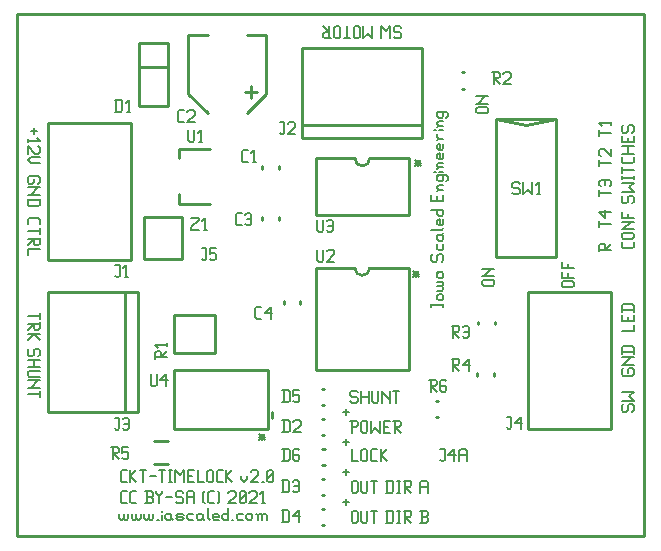
<source format=gbr>
G04 start of page 9 for group -4079 idx -4079 *
G04 Title: (unknown), topsilk *
G04 Creator: pcb 4.0.2 *
G04 CreationDate: Mon Feb 22 17:58:17 2021 UTC *
G04 For: ndholmes *
G04 Format: Gerber/RS-274X *
G04 PCB-Dimensions (mil): 2100.00 1750.00 *
G04 PCB-Coordinate-Origin: lower left *
%MOIN*%
%FSLAX25Y25*%
%LNTOPSILK*%
%ADD53C,0.0080*%
%ADD52C,0.0100*%
G54D52*X500Y174500D02*Y500D01*
X209500D02*Y174500D01*
X500D01*
X209500Y500D02*X500D01*
G54D53*X133000Y126000D02*X135000Y124000D01*
X133000D02*X135000Y126000D01*
X133000Y125000D02*X135000D01*
X134000Y126000D02*Y124000D01*
X132500Y89000D02*X134500Y87000D01*
X132500D02*X134500Y89000D01*
X132500Y88000D02*X134500D01*
X133500Y89000D02*Y87000D01*
X6000Y136500D02*Y134500D01*
X5000Y135500D02*X7000D01*
X4000Y132800D02*Y131800D01*
Y132300D02*X8000D01*
X7000Y133300D02*X8000Y132300D01*
X7500Y130600D02*X8000Y130100D01*
Y128600D01*
X7500Y128100D01*
X6500D02*X7500D01*
X4000Y130600D02*X6500Y128100D01*
X4000Y130600D02*Y128100D01*
X5000Y126900D02*X8000D01*
X5000D02*X4000Y125900D01*
X5000Y124900D01*
X8000D01*
X4000Y106000D02*Y104500D01*
X4500Y106500D02*X4000Y106000D01*
X4500Y106500D02*X7500D01*
X8000Y106000D01*
Y104500D01*
Y103300D02*Y101300D01*
X4000Y102300D02*X8000D01*
Y100100D02*Y98100D01*
X7500Y97600D01*
X6500D02*X7500D01*
X6000Y98100D02*X6500Y97600D01*
X6000Y99600D02*Y98100D01*
X4000Y99600D02*X8000D01*
X6000D02*X4000Y97600D01*
Y96400D02*X8000D01*
X4000D02*Y94400D01*
X8000Y118500D02*X7500Y118000D01*
X8000Y120000D02*Y118500D01*
X7500Y120500D02*X8000Y120000D01*
X4500Y120500D02*X7500D01*
X4500D02*X4000Y120000D01*
Y118500D01*
X4500Y118000D01*
X5500D01*
X6000Y118500D02*X5500Y118000D01*
X6000Y119500D02*Y118500D01*
X4000Y116800D02*X8000D01*
X7500D02*X8000D01*
X7500D02*X5000Y114300D01*
X4000D02*X8000D01*
X4000Y112600D02*X8000D01*
Y111100D02*X7500Y110600D01*
X4500D02*X7500D01*
X4000Y111100D02*X4500Y110600D01*
X4000Y113100D02*Y111100D01*
X8000Y113100D02*Y111100D01*
Y75000D02*Y73000D01*
X4000Y74000D02*X8000D01*
Y71800D02*Y69800D01*
X7500Y69300D01*
X6500D02*X7500D01*
X6000Y69800D02*X6500Y69300D01*
X6000Y71300D02*Y69800D01*
X4000Y71300D02*X8000D01*
X6000D02*X4000Y69300D01*
Y68100D02*X8000D01*
X6000D02*X8000Y66100D01*
X6000Y68100D02*X4000Y66100D01*
X8000Y61100D02*X7500Y60600D01*
X8000Y62600D02*Y61100D01*
X7500Y63100D02*X8000Y62600D01*
X6500Y63100D02*X7500D01*
X6500D02*X6000Y62600D01*
Y61100D01*
X5500Y60600D01*
X4500D02*X5500D01*
X4000Y61100D02*X4500Y60600D01*
X4000Y62600D02*Y61100D01*
X4500Y63100D02*X4000Y62600D01*
Y59400D02*X8000D01*
X4000Y56900D02*X8000D01*
X6000Y59400D02*Y56900D01*
X4500Y55700D02*X8000D01*
X4500D02*X4000Y55200D01*
Y54200D01*
X4500Y53700D01*
X8000D01*
X4000Y52500D02*X8000D01*
X7500D02*X8000D01*
X7500D02*X5000Y50000D01*
X4000D02*X8000D01*
Y48800D02*Y46800D01*
X4000Y47800D02*X8000D01*
X154000Y141500D02*X157000D01*
X154000D02*X153500Y142000D01*
Y143000D02*Y142000D01*
Y143000D02*X154000Y143500D01*
X157000D01*
X157500Y143000D02*X157000Y143500D01*
X157500Y143000D02*Y142000D01*
X157000Y141500D02*X157500Y142000D01*
X153500Y144700D02*X157500D01*
X153500D02*X154000D01*
X156500Y147200D01*
X153500D02*X157500D01*
X156000Y84000D02*X159000D01*
X156000D02*X155500Y84500D01*
Y85500D02*Y84500D01*
Y85500D02*X156000Y86000D01*
X159000D01*
X159500Y85500D02*X159000Y86000D01*
X159500Y85500D02*Y84500D01*
X159000Y84000D02*X159500Y84500D01*
X155500Y87200D02*X159500D01*
X155500D02*X156000D01*
X158500Y89700D01*
X155500D02*X159500D01*
X126500Y166500D02*X126000Y167000D01*
X126500Y166500D02*X128000D01*
X128500Y167000D02*X128000Y166500D01*
X128500Y168000D02*Y167000D01*
Y168000D02*X128000Y168500D01*
X126500D02*X128000D01*
X126500D02*X126000Y169000D01*
Y170000D02*Y169000D01*
X126500Y170500D02*X126000Y170000D01*
X126500Y170500D02*X128000D01*
X128500Y170000D02*X128000Y170500D01*
X124800D02*Y166500D01*
Y170500D02*X123300Y169000D01*
X121800Y170500D01*
Y166500D01*
X118800Y170500D02*Y166500D01*
X117300Y168000D01*
X115800Y166500D01*
Y170500D02*Y166500D01*
X114600Y170000D02*Y167000D01*
X114100Y166500D01*
X113100D02*X114100D01*
X113100D02*X112600Y167000D01*
Y170000D02*Y167000D01*
X113100Y170500D02*X112600Y170000D01*
X113100Y170500D02*X114100D01*
X114600Y170000D02*X114100Y170500D01*
X109400Y166500D02*X111400D01*
X110400Y170500D02*Y166500D01*
X108200Y170000D02*Y167000D01*
X107700Y166500D01*
X106700D02*X107700D01*
X106700D02*X106200Y167000D01*
Y170000D02*Y167000D01*
X106700Y170500D02*X106200Y170000D01*
X106700Y170500D02*X107700D01*
X108200Y170000D02*X107700Y170500D01*
X103000Y166500D02*X105000D01*
X103000D02*X102500Y167000D01*
Y168000D02*Y167000D01*
X103000Y168500D02*X102500Y168000D01*
X103000Y168500D02*X104500D01*
Y170500D02*Y166500D01*
Y168500D02*X102500Y170500D01*
X138500Y78000D02*Y77000D01*
Y77500D02*X142500D01*
Y78000D02*Y77000D01*
X141000Y79200D02*X142000D01*
X141000D02*X140500Y79700D01*
Y80700D02*Y79700D01*
Y80700D02*X141000Y81200D01*
X142000D01*
X142500Y80700D02*X142000Y81200D01*
X142500Y80700D02*Y79700D01*
X142000Y79200D02*X142500Y79700D01*
X140500Y82400D02*X142000D01*
X142500Y82900D01*
Y83400D02*Y82900D01*
Y83400D02*X142000Y83900D01*
X140500D02*X142000D01*
X142500Y84400D01*
Y84900D02*Y84400D01*
Y84900D02*X142000Y85400D01*
X140500D02*X142000D01*
X140500Y88100D02*X141000Y88600D01*
X140500Y88100D02*Y87100D01*
X141000Y86600D02*X140500Y87100D01*
X141000Y86600D02*X142000D01*
X142500Y87100D01*
X140500Y88600D02*X142000D01*
X142500Y89100D01*
Y88100D02*Y87100D01*
Y88100D02*X142000Y88600D01*
X138500Y94100D02*X139000Y94600D01*
X138500Y94100D02*Y92600D01*
X139000Y92100D02*X138500Y92600D01*
X139000Y92100D02*X140000D01*
X140500Y92600D01*
Y94100D02*Y92600D01*
Y94100D02*X141000Y94600D01*
X142000D01*
X142500Y94100D02*X142000Y94600D01*
X142500Y94100D02*Y92600D01*
X142000Y92100D02*X142500Y92600D01*
X140500Y97800D02*Y96300D01*
X141000Y95800D02*X140500Y96300D01*
X141000Y95800D02*X142000D01*
X142500Y96300D01*
Y97800D02*Y96300D01*
X140500Y100500D02*X141000Y101000D01*
X140500Y100500D02*Y99500D01*
X141000Y99000D02*X140500Y99500D01*
X141000Y99000D02*X142000D01*
X142500Y99500D01*
X140500Y101000D02*X142000D01*
X142500Y101500D01*
Y100500D02*Y99500D01*
Y100500D02*X142000Y101000D01*
X138500Y102700D02*X142000D01*
X142500Y103200D01*
Y106200D02*Y104700D01*
X142000Y104200D02*X142500Y104700D01*
X141000Y104200D02*X142000D01*
X141000D02*X140500Y104700D01*
Y105700D02*Y104700D01*
Y105700D02*X141000Y106200D01*
X141500D02*Y104200D01*
X141000Y106200D02*X141500D01*
X138500Y109400D02*X142500D01*
Y108900D02*X142000Y109400D01*
X142500Y108900D02*Y107900D01*
X142000Y107400D02*X142500Y107900D01*
X141000Y107400D02*X142000D01*
X141000D02*X140500Y107900D01*
Y108900D02*Y107900D01*
Y108900D02*X141000Y109400D01*
X140500Y113900D02*Y112400D01*
X142500Y114400D02*Y112400D01*
X138500D02*X142500D01*
X138500Y114400D02*Y112400D01*
X141000Y116100D02*X142500D01*
X141000D02*X140500Y116600D01*
Y117100D02*Y116600D01*
Y117100D02*X141000Y117600D01*
X142500D01*
X140500Y115600D02*X141000Y116100D01*
X140500Y120300D02*X141000Y120800D01*
X140500Y120300D02*Y119300D01*
X141000Y118800D02*X140500Y119300D01*
X141000Y118800D02*X142000D01*
X142500Y119300D01*
Y120300D02*Y119300D01*
Y120300D02*X142000Y120800D01*
X143500Y118800D02*X144000Y119300D01*
Y120300D02*Y119300D01*
Y120300D02*X143500Y120800D01*
X140500D02*X143500D01*
X139500Y122000D02*X140000D01*
X141000D02*X142500D01*
X141000Y123500D02*X142500D01*
X141000D02*X140500Y124000D01*
Y124500D02*Y124000D01*
Y124500D02*X141000Y125000D01*
X142500D01*
X140500Y123000D02*X141000Y123500D01*
X142500Y128200D02*Y126700D01*
X142000Y126200D02*X142500Y126700D01*
X141000Y126200D02*X142000D01*
X141000D02*X140500Y126700D01*
Y127700D02*Y126700D01*
Y127700D02*X141000Y128200D01*
X141500D02*Y126200D01*
X141000Y128200D02*X141500D01*
X142500Y131400D02*Y129900D01*
X142000Y129400D02*X142500Y129900D01*
X141000Y129400D02*X142000D01*
X141000D02*X140500Y129900D01*
Y130900D02*Y129900D01*
Y130900D02*X141000Y131400D01*
X141500D02*Y129400D01*
X141000Y131400D02*X141500D01*
X141000Y133100D02*X142500D01*
X141000D02*X140500Y133600D01*
Y134600D02*Y133600D01*
Y132600D02*X141000Y133100D01*
X139500Y135800D02*X140000D01*
X141000D02*X142500D01*
X141000Y137300D02*X142500D01*
X141000D02*X140500Y137800D01*
Y138300D02*Y137800D01*
Y138300D02*X141000Y138800D01*
X142500D01*
X140500Y136800D02*X141000Y137300D01*
X140500Y141500D02*X141000Y142000D01*
X140500Y141500D02*Y140500D01*
X141000Y140000D02*X140500Y140500D01*
X141000Y140000D02*X142000D01*
X142500Y140500D01*
Y141500D02*Y140500D01*
Y141500D02*X142000Y142000D01*
X143500Y140000D02*X144000Y140500D01*
Y141500D02*Y140500D01*
Y141500D02*X143500Y142000D01*
X140500D02*X143500D01*
X109000Y42000D02*X111000D01*
X110000Y43000D02*Y41000D01*
X81000Y34500D02*X83000Y32500D01*
X81000D02*X83000Y34500D01*
X81000Y33500D02*X83000D01*
X82000Y34500D02*Y32500D01*
X113500Y49000D02*X114000Y48500D01*
X112000Y49000D02*X113500D01*
X111500Y48500D02*X112000Y49000D01*
X111500Y48500D02*Y47500D01*
X112000Y47000D01*
X113500D01*
X114000Y46500D01*
Y45500D01*
X113500Y45000D02*X114000Y45500D01*
X112000Y45000D02*X113500D01*
X111500Y45500D02*X112000Y45000D01*
X115200Y49000D02*Y45000D01*
X117700Y49000D02*Y45000D01*
X115200Y47000D02*X117700D01*
X118900Y49000D02*Y45500D01*
X119400Y45000D01*
X120400D01*
X120900Y45500D01*
Y49000D02*Y45500D01*
X122100Y49000D02*Y45000D01*
Y49000D02*Y48500D01*
X124600Y46000D01*
Y49000D02*Y45000D01*
X125800Y49000D02*X127800D01*
X126800D02*Y45000D01*
X112000Y39000D02*Y35000D01*
X111500Y39000D02*X113500D01*
X114000Y38500D01*
Y37500D01*
X113500Y37000D02*X114000Y37500D01*
X112000Y37000D02*X113500D01*
X115200Y38500D02*Y35500D01*
Y38500D02*X115700Y39000D01*
X116700D01*
X117200Y38500D01*
Y35500D01*
X116700Y35000D02*X117200Y35500D01*
X115700Y35000D02*X116700D01*
X115200Y35500D02*X115700Y35000D01*
X118400Y39000D02*Y35000D01*
X119900Y36500D01*
X121400Y35000D01*
Y39000D02*Y35000D01*
X122600Y37000D02*X124100D01*
X122600Y35000D02*X124600D01*
X122600Y39000D02*Y35000D01*
Y39000D02*X124600D01*
X125800D02*X127800D01*
X128300Y38500D01*
Y37500D01*
X127800Y37000D02*X128300Y37500D01*
X126300Y37000D02*X127800D01*
X126300Y39000D02*Y35000D01*
Y37000D02*X128300Y35000D01*
X109000Y32000D02*X111000D01*
X110000Y33000D02*Y31000D01*
X109000Y12000D02*X111000D01*
X110000Y13000D02*Y11000D01*
X109000Y22000D02*X111000D01*
X110000Y23000D02*Y21000D01*
X112000Y29500D02*Y25500D01*
X114000D01*
X115200Y29000D02*Y26000D01*
Y29000D02*X115700Y29500D01*
X116700D01*
X117200Y29000D01*
Y26000D01*
X116700Y25500D02*X117200Y26000D01*
X115700Y25500D02*X116700D01*
X115200Y26000D02*X115700Y25500D01*
X118900D02*X120400D01*
X118400Y26000D02*X118900Y25500D01*
X118400Y29000D02*Y26000D01*
Y29000D02*X118900Y29500D01*
X120400D01*
X121600D02*Y25500D01*
Y27500D02*X123600Y29500D01*
X121600Y27500D02*X123600Y25500D01*
X112000Y18500D02*Y15500D01*
Y18500D02*X112500Y19000D01*
X113500D01*
X114000Y18500D01*
Y15500D01*
X113500Y15000D02*X114000Y15500D01*
X112500Y15000D02*X113500D01*
X112000Y15500D02*X112500Y15000D01*
X115200Y19000D02*Y15500D01*
X115700Y15000D01*
X116700D01*
X117200Y15500D01*
Y19000D02*Y15500D01*
X118400Y19000D02*X120400D01*
X119400D02*Y15000D01*
X123900Y19000D02*Y15000D01*
X125400Y19000D02*X125900Y18500D01*
Y15500D01*
X125400Y15000D02*X125900Y15500D01*
X123400Y15000D02*X125400D01*
X123400Y19000D02*X125400D01*
X127100D02*X128100D01*
X127600D02*Y15000D01*
X127100D02*X128100D01*
X129300Y19000D02*X131300D01*
X131800Y18500D01*
Y17500D01*
X131300Y17000D02*X131800Y17500D01*
X129800Y17000D02*X131300D01*
X129800Y19000D02*Y15000D01*
Y17000D02*X131800Y15000D01*
X134800Y18500D02*Y15000D01*
Y18500D02*X135300Y19000D01*
X136800D01*
X137300Y18500D01*
Y15000D01*
X134800Y17000D02*X137300D01*
X112000Y8500D02*Y5500D01*
Y8500D02*X112500Y9000D01*
X113500D01*
X114000Y8500D01*
Y5500D01*
X113500Y5000D02*X114000Y5500D01*
X112500Y5000D02*X113500D01*
X112000Y5500D02*X112500Y5000D01*
X115200Y9000D02*Y5500D01*
X115700Y5000D01*
X116700D01*
X117200Y5500D01*
Y9000D02*Y5500D01*
X118400Y9000D02*X120400D01*
X119400D02*Y5000D01*
X123900Y9000D02*Y5000D01*
X125400Y9000D02*X125900Y8500D01*
Y5500D01*
X125400Y5000D02*X125900Y5500D01*
X123400Y5000D02*X125400D01*
X123400Y9000D02*X125400D01*
X127100D02*X128100D01*
X127600D02*Y5000D01*
X127100D02*X128100D01*
X129300Y9000D02*X131300D01*
X131800Y8500D01*
Y7500D01*
X131300Y7000D02*X131800Y7500D01*
X129800Y7000D02*X131300D01*
X129800Y9000D02*Y5000D01*
Y7000D02*X131800Y5000D01*
X134800D02*X136800D01*
X137300Y5500D01*
Y6500D02*Y5500D01*
X136800Y7000D02*X137300Y6500D01*
X135300Y7000D02*X136800D01*
X135300Y9000D02*Y5000D01*
X134800Y9000D02*X136800D01*
X137300Y8500D01*
Y7500D01*
X136800Y7000D02*X137300Y7500D01*
X35500Y18500D02*X37000D01*
X35000Y19000D02*X35500Y18500D01*
X35000Y22000D02*Y19000D01*
Y22000D02*X35500Y22500D01*
X37000D01*
X38200D02*Y18500D01*
Y20500D02*X40200Y22500D01*
X38200Y20500D02*X40200Y18500D01*
X41400Y22500D02*X43400D01*
X42400D02*Y18500D01*
X44600Y20500D02*X46600D01*
X47800Y22500D02*X49800D01*
X48800D02*Y18500D01*
X51000Y22500D02*X52000D01*
X51500D02*Y18500D01*
X51000D02*X52000D01*
X53200Y22500D02*Y18500D01*
Y22500D02*X54700Y21000D01*
X56200Y22500D01*
Y18500D01*
X57400Y20500D02*X58900D01*
X57400Y18500D02*X59400D01*
X57400Y22500D02*Y18500D01*
Y22500D02*X59400D01*
X60600D02*Y18500D01*
X62600D01*
X63800Y22000D02*Y19000D01*
Y22000D02*X64300Y22500D01*
X65300D01*
X65800Y22000D01*
Y19000D01*
X65300Y18500D02*X65800Y19000D01*
X64300Y18500D02*X65300D01*
X63800Y19000D02*X64300Y18500D01*
X67500D02*X69000D01*
X67000Y19000D02*X67500Y18500D01*
X67000Y22000D02*Y19000D01*
Y22000D02*X67500Y22500D01*
X69000D01*
X70200D02*Y18500D01*
Y20500D02*X72200Y22500D01*
X70200Y20500D02*X72200Y18500D01*
X75200Y20500D02*Y19500D01*
X76200Y18500D01*
X77200Y19500D01*
Y20500D02*Y19500D01*
X78400Y22000D02*X78900Y22500D01*
X80400D01*
X80900Y22000D01*
Y21000D01*
X78400Y18500D02*X80900Y21000D01*
X78400Y18500D02*X80900D01*
X82100D02*X82600D01*
X83800Y19000D02*X84300Y18500D01*
X83800Y22000D02*Y19000D01*
Y22000D02*X84300Y22500D01*
X85300D01*
X85800Y22000D01*
Y19000D01*
X85300Y18500D02*X85800Y19000D01*
X84300Y18500D02*X85300D01*
X83800Y19500D02*X85800Y21500D01*
X35500Y11500D02*X37000D01*
X35000Y12000D02*X35500Y11500D01*
X35000Y15000D02*Y12000D01*
Y15000D02*X35500Y15500D01*
X37000D01*
X38700Y11500D02*X40200D01*
X38200Y12000D02*X38700Y11500D01*
X38200Y15000D02*Y12000D01*
Y15000D02*X38700Y15500D01*
X40200D01*
X43200Y11500D02*X45200D01*
X45700Y12000D01*
Y13000D02*Y12000D01*
X45200Y13500D02*X45700Y13000D01*
X43700Y13500D02*X45200D01*
X43700Y15500D02*Y11500D01*
X43200Y15500D02*X45200D01*
X45700Y15000D01*
Y14000D01*
X45200Y13500D02*X45700Y14000D01*
X46900Y15500D02*Y15000D01*
X47900Y14000D01*
X48900Y15000D01*
Y15500D02*Y15000D01*
X47900Y14000D02*Y11500D01*
X50100Y13500D02*X52100D01*
X55300Y15500D02*X55800Y15000D01*
X53800Y15500D02*X55300D01*
X53300Y15000D02*X53800Y15500D01*
X53300Y15000D02*Y14000D01*
X53800Y13500D01*
X55300D01*
X55800Y13000D01*
Y12000D01*
X55300Y11500D02*X55800Y12000D01*
X53800Y11500D02*X55300D01*
X53300Y12000D02*X53800Y11500D01*
X57000Y15000D02*Y11500D01*
Y15000D02*X57500Y15500D01*
X59000D01*
X59500Y15000D01*
Y11500D01*
X57000Y13500D02*X59500D01*
X62500Y12000D02*X63000Y11500D01*
X62500Y15000D02*X63000Y15500D01*
X62500Y15000D02*Y12000D01*
X64700Y11500D02*X66200D01*
X64200Y12000D02*X64700Y11500D01*
X64200Y15000D02*Y12000D01*
Y15000D02*X64700Y15500D01*
X66200D01*
X67400D02*X67900Y15000D01*
Y12000D01*
X67400Y11500D02*X67900Y12000D01*
X70900Y15000D02*X71400Y15500D01*
X72900D01*
X73400Y15000D01*
Y14000D01*
X70900Y11500D02*X73400Y14000D01*
X70900Y11500D02*X73400D01*
X74600Y12000D02*X75100Y11500D01*
X74600Y15000D02*Y12000D01*
Y15000D02*X75100Y15500D01*
X76100D01*
X76600Y15000D01*
Y12000D01*
X76100Y11500D02*X76600Y12000D01*
X75100Y11500D02*X76100D01*
X74600Y12500D02*X76600Y14500D01*
X77800Y15000D02*X78300Y15500D01*
X79800D01*
X80300Y15000D01*
Y14000D01*
X77800Y11500D02*X80300Y14000D01*
X77800Y11500D02*X80300D01*
X82000D02*X83000D01*
X82500Y15500D02*Y11500D01*
X81500Y14500D02*X82500Y15500D01*
X34500Y8000D02*Y6500D01*
X35000Y6000D01*
X35500D01*
X36000Y6500D01*
Y8000D02*Y6500D01*
X36500Y6000D01*
X37000D01*
X37500Y6500D01*
Y8000D02*Y6500D01*
X38700Y8000D02*Y6500D01*
X39200Y6000D01*
X39700D01*
X40200Y6500D01*
Y8000D02*Y6500D01*
X40700Y6000D01*
X41200D01*
X41700Y6500D01*
Y8000D02*Y6500D01*
X42900Y8000D02*Y6500D01*
X43400Y6000D01*
X43900D01*
X44400Y6500D01*
Y8000D02*Y6500D01*
X44900Y6000D01*
X45400D01*
X45900Y6500D01*
Y8000D02*Y6500D01*
X47100Y6000D02*X47600D01*
X48800Y9000D02*Y8500D01*
Y7500D02*Y6000D01*
X51300Y8000D02*X51800Y7500D01*
X50300Y8000D02*X51300D01*
X49800Y7500D02*X50300Y8000D01*
X49800Y7500D02*Y6500D01*
X50300Y6000D01*
X51800Y8000D02*Y6500D01*
X52300Y6000D01*
X50300D02*X51300D01*
X51800Y6500D01*
X54000Y6000D02*X55500D01*
X56000Y6500D01*
X55500Y7000D02*X56000Y6500D01*
X54000Y7000D02*X55500D01*
X53500Y7500D02*X54000Y7000D01*
X53500Y7500D02*X54000Y8000D01*
X55500D01*
X56000Y7500D01*
X53500Y6500D02*X54000Y6000D01*
X57700Y8000D02*X59200D01*
X57200Y7500D02*X57700Y8000D01*
X57200Y7500D02*Y6500D01*
X57700Y6000D01*
X59200D01*
X61900Y8000D02*X62400Y7500D01*
X60900Y8000D02*X61900D01*
X60400Y7500D02*X60900Y8000D01*
X60400Y7500D02*Y6500D01*
X60900Y6000D01*
X62400Y8000D02*Y6500D01*
X62900Y6000D01*
X60900D02*X61900D01*
X62400Y6500D01*
X64100Y10000D02*Y6500D01*
X64600Y6000D01*
X66100D02*X67600D01*
X65600Y6500D02*X66100Y6000D01*
X65600Y7500D02*Y6500D01*
Y7500D02*X66100Y8000D01*
X67100D01*
X67600Y7500D01*
X65600Y7000D02*X67600D01*
Y7500D02*Y7000D01*
X70800Y10000D02*Y6000D01*
X70300D02*X70800Y6500D01*
X69300Y6000D02*X70300D01*
X68800Y6500D02*X69300Y6000D01*
X68800Y7500D02*Y6500D01*
Y7500D02*X69300Y8000D01*
X70300D01*
X70800Y7500D01*
X72000Y6000D02*X72500D01*
X74200Y8000D02*X75700D01*
X73700Y7500D02*X74200Y8000D01*
X73700Y7500D02*Y6500D01*
X74200Y6000D01*
X75700D01*
X76900Y7500D02*Y6500D01*
Y7500D02*X77400Y8000D01*
X78400D01*
X78900Y7500D01*
Y6500D01*
X78400Y6000D02*X78900Y6500D01*
X77400Y6000D02*X78400D01*
X76900Y6500D02*X77400Y6000D01*
X80600Y7500D02*Y6000D01*
Y7500D02*X81100Y8000D01*
X81600D01*
X82100Y7500D01*
Y6000D01*
Y7500D02*X82600Y8000D01*
X83100D01*
X83600Y7500D01*
Y6000D01*
X80100Y8000D02*X80600Y7500D01*
X202000Y69000D02*X206000D01*
Y71000D02*Y69000D01*
X204000Y73700D02*Y72200D01*
X206000Y74200D02*Y72200D01*
X202000D02*X206000D01*
X202000Y74200D02*Y72200D01*
Y75900D02*X206000D01*
X202000Y77400D02*X202500Y77900D01*
X205500D01*
X206000Y77400D02*X205500Y77900D01*
X206000Y77400D02*Y75400D01*
X202000Y77400D02*Y75400D01*
Y56000D02*X202500Y56500D01*
X202000Y56000D02*Y54500D01*
X202500Y54000D02*X202000Y54500D01*
X202500Y54000D02*X205500D01*
X206000Y54500D01*
Y56000D02*Y54500D01*
Y56000D02*X205500Y56500D01*
X204500D02*X205500D01*
X204000Y56000D02*X204500Y56500D01*
X204000Y56000D02*Y55000D01*
X202000Y57700D02*X206000D01*
X202000D02*X202500D01*
X205000Y60200D01*
X202000D02*X206000D01*
X202000Y61900D02*X206000D01*
X202000Y63400D02*X202500Y63900D01*
X205500D01*
X206000Y63400D02*X205500Y63900D01*
X206000Y63400D02*Y61400D01*
X202000Y63400D02*Y61400D01*
Y44000D02*X202500Y44500D01*
X202000Y44000D02*Y42500D01*
X202500Y42000D02*X202000Y42500D01*
X202500Y42000D02*X203500D01*
X204000Y42500D01*
Y44000D02*Y42500D01*
Y44000D02*X204500Y44500D01*
X205500D01*
X206000Y44000D02*X205500Y44500D01*
X206000Y44000D02*Y42500D01*
X205500Y42000D02*X206000Y42500D01*
X202000Y45700D02*X206000D01*
X204500Y47200D01*
X206000Y48700D01*
X202000D02*X206000D01*
Y98500D02*Y97000D01*
X205500Y96500D02*X206000Y97000D01*
X202500Y96500D02*X205500D01*
X202500D02*X202000Y97000D01*
Y98500D02*Y97000D01*
X202500Y99700D02*X205500D01*
X202500D02*X202000Y100200D01*
Y101200D02*Y100200D01*
Y101200D02*X202500Y101700D01*
X205500D01*
X206000Y101200D02*X205500Y101700D01*
X206000Y101200D02*Y100200D01*
X205500Y99700D02*X206000Y100200D01*
X202000Y102900D02*X206000D01*
X202000D02*X202500D01*
X205000Y105400D01*
X202000D02*X206000D01*
X202000Y106600D02*X206000D01*
X202000Y108600D02*Y106600D01*
X204000Y108100D02*Y106600D01*
X202000Y113600D02*X202500Y114100D01*
X202000Y113600D02*Y112100D01*
X202500Y111600D02*X202000Y112100D01*
X202500Y111600D02*X203500D01*
X204000Y112100D01*
Y113600D02*Y112100D01*
Y113600D02*X204500Y114100D01*
X205500D01*
X206000Y113600D02*X205500Y114100D01*
X206000Y113600D02*Y112100D01*
X205500Y111600D02*X206000Y112100D01*
X202000Y115300D02*X206000D01*
X204500Y116800D01*
X206000Y118300D01*
X202000D02*X206000D01*
X202000Y120500D02*Y119500D01*
Y120000D02*X206000D01*
Y120500D02*Y119500D01*
X202000Y123700D02*Y121700D01*
Y122700D02*X206000D01*
Y126900D02*Y125400D01*
X205500Y124900D02*X206000Y125400D01*
X202500Y124900D02*X205500D01*
X202500D02*X202000Y125400D01*
Y126900D02*Y125400D01*
Y128100D02*X206000D01*
X202000Y130600D02*X206000D01*
X204000D02*Y128100D01*
Y133300D02*Y131800D01*
X206000Y133800D02*Y131800D01*
X202000D02*X206000D01*
X202000Y133800D02*Y131800D01*
Y137000D02*X202500Y137500D01*
X202000Y137000D02*Y135500D01*
X202500Y135000D02*X202000Y135500D01*
X202500Y135000D02*X203500D01*
X204000Y135500D01*
Y137000D02*Y135500D01*
Y137000D02*X204500Y137500D01*
X205500D01*
X206000Y137000D02*X205500Y137500D01*
X206000Y137000D02*Y135500D01*
X205500Y135000D02*X206000Y135500D01*
X182500Y83500D02*X185500D01*
X182500D02*X182000Y84000D01*
Y85000D02*Y84000D01*
Y85000D02*X182500Y85500D01*
X185500D01*
X186000Y85000D02*X185500Y85500D01*
X186000Y85000D02*Y84000D01*
X185500Y83500D02*X186000Y84000D01*
X182000Y86700D02*X186000D01*
X182000Y88700D02*Y86700D01*
X184000Y88200D02*Y86700D01*
X182000Y89900D02*X186000D01*
X182000Y91900D02*Y89900D01*
X184000Y91400D02*Y89900D01*
X194500Y97500D02*Y95500D01*
Y97500D02*X195000Y98000D01*
X196000D01*
X196500Y97500D02*X196000Y98000D01*
X196500Y97500D02*Y96000D01*
X194500D02*X198500D01*
X196500D02*X198500Y98000D01*
X194500Y105500D02*Y103500D01*
Y104500D02*X198500D01*
X196500Y106700D02*X194500Y108700D01*
X196500Y109200D02*Y106700D01*
X194500Y108700D02*X198500D01*
X194500Y116000D02*Y114000D01*
Y115000D02*X198500D01*
X195000Y117200D02*X194500Y117700D01*
Y118700D02*Y117700D01*
Y118700D02*X195000Y119200D01*
X198000D01*
X198500Y118700D02*X198000Y119200D01*
X198500Y118700D02*Y117700D01*
X198000Y117200D02*X198500Y117700D01*
X196500Y119200D02*Y117700D01*
X194500Y126000D02*Y124000D01*
Y125000D02*X198500D01*
X195000Y127200D02*X194500Y127700D01*
Y129200D02*Y127700D01*
Y129200D02*X195000Y129700D01*
X196000D01*
X198500Y127200D02*X196000Y129700D01*
X198500D02*Y127200D01*
X194500Y136000D02*Y134000D01*
Y135000D02*X198500D01*
Y138700D02*Y137700D01*
X194500Y138200D02*X198500D01*
X195500Y137200D02*X194500Y138200D01*
G54D52*X46138Y32240D02*X50862D01*
X46138Y24760D02*X50862D01*
X10827Y138335D02*Y92666D01*
X38386D01*
Y138335D01*
X10827D01*
X41200Y165000D02*Y144000D01*
X50800Y165000D02*Y144000D01*
X41200Y165000D02*X50800D01*
X41200Y144000D02*X50800D01*
X41200Y157000D02*X50800D01*
X10700Y82052D02*Y42052D01*
X40700Y82052D02*Y42052D01*
X36300Y82052D02*Y42052D01*
X10700Y82052D02*X40700D01*
X10700Y42052D02*X40700D01*
X89340Y78893D02*Y78107D01*
X94850Y78893D02*Y78107D01*
X82245Y106893D02*Y106107D01*
X87755Y106893D02*Y106107D01*
X54271Y111250D02*X64901D01*
X54271Y129750D02*X64901D01*
X54271Y114500D02*Y111250D01*
Y129750D02*Y126500D01*
X64901Y111429D02*Y111250D01*
Y129750D02*Y129571D01*
X55500Y106900D02*Y93000D01*
X42700Y106900D02*X55500D01*
X42700D02*Y93000D01*
X55500D01*
X52610Y74299D02*Y61701D01*
Y74299D02*X66390D01*
Y61701D01*
X52610D02*X66390D01*
X102107Y9755D02*X102893D01*
X102107Y4245D02*X102893D01*
X102107Y19755D02*X102893D01*
X102107Y14245D02*X102893D01*
X52800Y55800D02*X84200D01*
X52800D02*Y36200D01*
X84200Y55800D02*Y36200D01*
X52800D02*X84200D01*
X85500Y42000D02*Y40000D01*
X102107Y39755D02*X102893D01*
X102107Y34245D02*X102893D01*
X102107Y49755D02*X102893D01*
X102107Y44245D02*X102893D01*
X87755Y123893D02*Y123107D01*
X82245Y123893D02*Y123107D01*
X76996Y167492D02*X83492D01*
X57508D02*X64004D01*
X57508D02*Y148004D01*
X83492Y167492D02*Y148004D01*
X57508D02*X64004Y141508D01*
X83492Y148004D02*X76996Y141508D01*
X76500Y148500D02*X80500D01*
X78500Y150500D02*Y146500D01*
X148607Y155255D02*X149393D01*
X148607Y149745D02*X149393D01*
X180000Y93500D02*X160000D01*
X180000D02*Y139500D01*
X160000D02*Y93500D01*
Y139500D02*X180000D01*
X170000Y137500D01*
X160000Y139500D02*X170000Y137500D01*
X100000Y126500D02*Y107500D01*
X131000D01*
Y126500D01*
X100000D02*X113000D01*
X131000D02*X118000D01*
X113000D02*G75*G03X118000Y126500I2500J0D01*G01*
X95500Y163300D02*X135500D01*
X95500Y133300D02*X135500D01*
X95500Y137700D02*X135500D01*
Y163300D02*Y133300D01*
X95500Y163300D02*Y133300D01*
X100000Y90000D02*Y56000D01*
X131000D01*
Y90000D01*
X100000D02*X113000D01*
X131000D02*X118000D01*
X113000D02*G75*G03X118000Y90000I2500J0D01*G01*
X153745Y54893D02*Y54107D01*
X159255Y54893D02*Y54107D01*
X154245Y71936D02*Y71150D01*
X159755Y71936D02*Y71150D01*
X170827Y81835D02*Y36166D01*
X198386D01*
Y81835D02*Y36166D01*
X170827Y81835D02*X198386D01*
X102150Y29755D02*X102936D01*
X102150Y24245D02*X102936D01*
X140107Y40245D02*X140893D01*
X140107Y45755D02*X140893D01*
G54D53*X31850Y30150D02*X33850D01*
X34350Y29650D01*
Y28650D01*
X33850Y28150D02*X34350Y28650D01*
X32350Y28150D02*X33850D01*
X32350Y30150D02*Y26150D01*
Y28150D02*X34350Y26150D01*
X35550Y30150D02*X37550D01*
X35550D02*Y28150D01*
X36050Y28650D01*
X37050D01*
X37550Y28150D01*
Y26650D01*
X37050Y26150D02*X37550Y26650D01*
X36050Y26150D02*X37050D01*
X35550Y26650D02*X36050Y26150D01*
X32948Y40000D02*X34448D01*
Y36500D01*
X33948Y36000D02*X34448Y36500D01*
X33448Y36000D02*X33948D01*
X32948Y36500D02*X33448Y36000D01*
X35648Y39500D02*X36148Y40000D01*
X37148D01*
X37648Y39500D01*
Y36500D01*
X37148Y36000D02*X37648Y36500D01*
X36148Y36000D02*X37148D01*
X35648Y36500D02*X36148Y36000D01*
Y38000D02*X37648D01*
X33165Y90827D02*X34665D01*
Y87327D01*
X34165Y86827D02*X34665Y87327D01*
X33665Y86827D02*X34165D01*
X33165Y87327D02*X33665Y86827D01*
X36365D02*X37365D01*
X36865Y90827D02*Y86827D01*
X35865Y89827D02*X36865Y90827D01*
X33500Y146000D02*Y142000D01*
X35000Y146000D02*X35500Y145500D01*
Y142500D01*
X35000Y142000D02*X35500Y142500D01*
X33000Y142000D02*X35000D01*
X33000Y146000D02*X35000D01*
X37200Y142000D02*X38200D01*
X37700Y146000D02*Y142000D01*
X36700Y145000D02*X37700Y146000D01*
X158850Y155150D02*X160850D01*
X161350Y154650D01*
Y153650D01*
X160850Y153150D02*X161350Y153650D01*
X159350Y153150D02*X160850D01*
X159350Y155150D02*Y151150D01*
Y153150D02*X161350Y151150D01*
X162550Y154650D02*X163050Y155150D01*
X164550D01*
X165050Y154650D01*
Y153650D01*
X162550Y151150D02*X165050Y153650D01*
X162550Y151150D02*X165050D01*
X163665Y40327D02*X165165D01*
Y36827D01*
X164665Y36327D02*X165165Y36827D01*
X164165Y36327D02*X164665D01*
X163665Y36827D02*X164165Y36327D01*
X166365Y38327D02*X168365Y40327D01*
X166365Y38327D02*X168865D01*
X168365Y40327D02*Y36327D01*
X167500Y118500D02*X168000Y118000D01*
X166000Y118500D02*X167500D01*
X165500Y118000D02*X166000Y118500D01*
X165500Y118000D02*Y117000D01*
X166000Y116500D01*
X167500D01*
X168000Y116000D01*
Y115000D01*
X167500Y114500D02*X168000Y115000D01*
X166000Y114500D02*X167500D01*
X165500Y115000D02*X166000Y114500D01*
X169200Y118500D02*Y114500D01*
X170700Y116000D01*
X172200Y114500D01*
Y118500D02*Y114500D01*
X173900D02*X174900D01*
X174400Y118500D02*Y114500D01*
X173400Y117500D02*X174400Y118500D01*
X100500Y96000D02*Y92500D01*
X101000Y92000D01*
X102000D01*
X102500Y92500D01*
Y96000D02*Y92500D01*
X103700Y95500D02*X104200Y96000D01*
X105700D01*
X106200Y95500D01*
Y94500D01*
X103700Y92000D02*X106200Y94500D01*
X103700Y92000D02*X106200D01*
X145350Y59650D02*X147350D01*
X147850Y59150D01*
Y58150D01*
X147350Y57650D02*X147850Y58150D01*
X145850Y57650D02*X147350D01*
X145850Y59650D02*Y55650D01*
Y57650D02*X147850Y55650D01*
X149050Y57650D02*X151050Y59650D01*
X149050Y57650D02*X151550D01*
X151050Y59650D02*Y55650D01*
X145298Y70650D02*X147298D01*
X147798Y70150D01*
Y69150D01*
X147298Y68650D02*X147798Y69150D01*
X145798Y68650D02*X147298D01*
X145798Y70650D02*Y66650D01*
Y68650D02*X147798Y66650D01*
X148998Y70150D02*X149498Y70650D01*
X150498D01*
X150998Y70150D01*
Y67150D01*
X150498Y66650D02*X150998Y67150D01*
X149498Y66650D02*X150498D01*
X148998Y67150D02*X149498Y66650D01*
Y68650D02*X150998D01*
X137807Y52650D02*X139807D01*
X140307Y52150D01*
Y51150D01*
X139807Y50650D02*X140307Y51150D01*
X138307Y50650D02*X139807D01*
X138307Y52650D02*Y48650D01*
Y50650D02*X140307Y48650D01*
X143007Y52650D02*X143507Y52150D01*
X142007Y52650D02*X143007D01*
X141507Y52150D02*X142007Y52650D01*
X141507Y52150D02*Y49150D01*
X142007Y48650D01*
X143007Y50650D02*X143507Y50150D01*
X141507Y50650D02*X143007D01*
X142007Y48650D02*X143007D01*
X143507Y49150D01*
Y50150D02*Y49150D01*
X141500Y29500D02*X143000D01*
Y26000D01*
X142500Y25500D02*X143000Y26000D01*
X142000Y25500D02*X142500D01*
X141500Y26000D02*X142000Y25500D01*
X144200Y27500D02*X146200Y29500D01*
X144200Y27500D02*X146700D01*
X146200Y29500D02*Y25500D01*
X147900Y29000D02*Y25500D01*
Y29000D02*X148400Y29500D01*
X149900D01*
X150400Y29000D01*
Y25500D01*
X147900Y27500D02*X150400D01*
X100500Y106000D02*Y102500D01*
X101000Y102000D01*
X102000D01*
X102500Y102500D01*
Y106000D02*Y102500D01*
X103700Y105500D02*X104200Y106000D01*
X105200D01*
X105700Y105500D01*
Y102500D01*
X105200Y102000D02*X105700Y102500D01*
X104200Y102000D02*X105200D01*
X103700Y102500D02*X104200Y102000D01*
Y104000D02*X105700D01*
X46425Y61652D02*Y59652D01*
Y61652D02*X46925Y62152D01*
X47925D01*
X48425Y61652D02*X47925Y62152D01*
X48425Y61652D02*Y60152D01*
X46425D02*X50425D01*
X48425D02*X50425Y62152D01*
Y64852D02*Y63852D01*
X46425Y64352D02*X50425D01*
X47425Y63352D02*X46425Y64352D01*
X45000Y54500D02*Y51000D01*
X45500Y50500D01*
X46500D01*
X47000Y51000D01*
Y54500D02*Y51000D01*
X48200Y52500D02*X50200Y54500D01*
X48200Y52500D02*X50700D01*
X50200Y54500D02*Y50500D01*
X80350Y73055D02*X81850D01*
X79850Y73555D02*X80350Y73055D01*
X79850Y76555D02*Y73555D01*
Y76555D02*X80350Y77055D01*
X81850D01*
X83050Y75055D02*X85050Y77055D01*
X83050Y75055D02*X85550D01*
X85050Y77055D02*Y73055D01*
X88000Y138500D02*X89500D01*
Y135000D01*
X89000Y134500D02*X89500Y135000D01*
X88500Y134500D02*X89000D01*
X88000Y135000D02*X88500Y134500D01*
X90700Y138000D02*X91200Y138500D01*
X92700D01*
X93200Y138000D01*
Y137000D01*
X90700Y134500D02*X93200Y137000D01*
X90700Y134500D02*X93200D01*
X57421Y136000D02*Y132500D01*
X57921Y132000D01*
X58921D01*
X59421Y132500D01*
Y136000D02*Y132500D01*
X61121Y132000D02*X62121D01*
X61621Y136000D02*Y132000D01*
X60621Y135000D02*X61621Y136000D01*
X54500Y138500D02*X56000D01*
X54000Y139000D02*X54500Y138500D01*
X54000Y142000D02*Y139000D01*
Y142000D02*X54500Y142500D01*
X56000D01*
X57200Y142000D02*X57700Y142500D01*
X59200D01*
X59700Y142000D01*
Y141000D01*
X57200Y138500D02*X59700Y141000D01*
X57200Y138500D02*X59700D01*
X73850Y104150D02*X75350D01*
X73350Y104650D02*X73850Y104150D01*
X73350Y107650D02*Y104650D01*
Y107650D02*X73850Y108150D01*
X75350D01*
X76550Y107650D02*X77050Y108150D01*
X78050D01*
X78550Y107650D01*
Y104650D01*
X78050Y104150D02*X78550Y104650D01*
X77050Y104150D02*X78050D01*
X76550Y104650D02*X77050Y104150D01*
Y106150D02*X78550D01*
X75850Y125150D02*X77350D01*
X75350Y125650D02*X75850Y125150D01*
X75350Y128650D02*Y125650D01*
Y128650D02*X75850Y129150D01*
X77350D01*
X79050Y125150D02*X80050D01*
X79550Y129150D02*Y125150D01*
X78550Y128150D02*X79550Y129150D01*
X62000Y96500D02*X63500D01*
Y93000D01*
X63000Y92500D02*X63500Y93000D01*
X62500Y92500D02*X63000D01*
X62000Y93000D02*X62500Y92500D01*
X64700Y96500D02*X66700D01*
X64700D02*Y94500D01*
X65200Y95000D01*
X66200D01*
X66700Y94500D01*
Y93000D01*
X66200Y92500D02*X66700Y93000D01*
X65200Y92500D02*X66200D01*
X64700Y93000D02*X65200Y92500D01*
X58500Y106500D02*X61000D01*
Y106000D01*
X58500Y103500D02*X61000Y106000D01*
X58500Y103500D02*Y102500D01*
X61000D01*
X62700D02*X63700D01*
X63200Y106500D02*Y102500D01*
X62200Y105500D02*X63200Y106500D01*
X89212Y9150D02*Y5150D01*
X90712Y9150D02*X91212Y8650D01*
Y5650D01*
X90712Y5150D02*X91212Y5650D01*
X88712Y5150D02*X90712D01*
X88712Y9150D02*X90712D01*
X92412Y7150D02*X94412Y9150D01*
X92412Y7150D02*X94912D01*
X94412Y9150D02*Y5150D01*
X89212Y19150D02*Y15150D01*
X90712Y19150D02*X91212Y18650D01*
Y15650D01*
X90712Y15150D02*X91212Y15650D01*
X88712Y15150D02*X90712D01*
X88712Y19150D02*X90712D01*
X92412Y18650D02*X92912Y19150D01*
X93912D01*
X94412Y18650D01*
Y15650D01*
X93912Y15150D02*X94412Y15650D01*
X92912Y15150D02*X93912D01*
X92412Y15650D02*X92912Y15150D01*
Y17150D02*X94412D01*
X89298Y39150D02*Y35150D01*
X90798Y39150D02*X91298Y38650D01*
Y35650D01*
X90798Y35150D02*X91298Y35650D01*
X88798Y35150D02*X90798D01*
X88798Y39150D02*X90798D01*
X92498Y38650D02*X92998Y39150D01*
X94498D01*
X94998Y38650D01*
Y37650D01*
X92498Y35150D02*X94998Y37650D01*
X92498Y35150D02*X94998D01*
X89264Y49193D02*Y45193D01*
X90764Y49193D02*X91264Y48693D01*
Y45693D01*
X90764Y45193D02*X91264Y45693D01*
X88764Y45193D02*X90764D01*
X88764Y49193D02*X90764D01*
X92464D02*X94464D01*
X92464D02*Y47193D01*
X92964Y47693D01*
X93964D01*
X94464Y47193D01*
Y45693D01*
X93964Y45193D02*X94464Y45693D01*
X92964Y45193D02*X93964D01*
X92464Y45693D02*X92964Y45193D01*
X89350Y29650D02*Y25650D01*
X90850Y29650D02*X91350Y29150D01*
Y26150D01*
X90850Y25650D02*X91350Y26150D01*
X88850Y25650D02*X90850D01*
X88850Y29650D02*X90850D01*
X94050D02*X94550Y29150D01*
X93050Y29650D02*X94050D01*
X92550Y29150D02*X93050Y29650D01*
X92550Y29150D02*Y26150D01*
X93050Y25650D01*
X94050Y27650D02*X94550Y27150D01*
X92550Y27650D02*X94050D01*
X93050Y25650D02*X94050D01*
X94550Y26150D01*
Y27150D02*Y26150D01*
M02*

</source>
